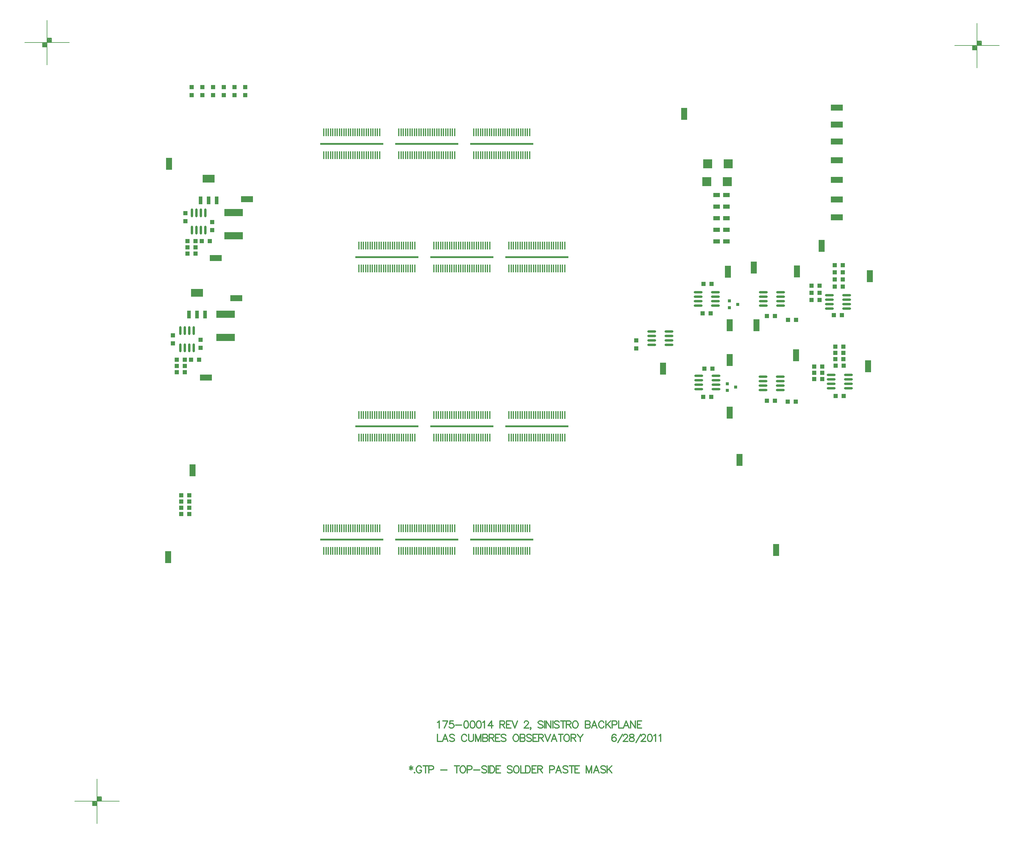
<source format=gtp>
%FSLAX23Y23*%
%MOIN*%
G70*
G01*
G75*
G04 Layer_Color=8421504*
%ADD10R,0.037X0.035*%
%ADD11R,0.037X0.035*%
%ADD12R,0.043X0.085*%
%ADD13R,0.043X0.085*%
%ADD14R,0.138X0.085*%
%ADD15R,0.135X0.070*%
%ADD16R,0.100X0.100*%
%ADD17R,0.078X0.048*%
%ADD18R,0.050X0.050*%
%ADD19R,0.050X0.050*%
%ADD20R,0.209X0.079*%
%ADD21O,0.098X0.028*%
%ADD22R,0.016X0.085*%
%ADD23R,0.709X0.020*%
%ADD24O,0.028X0.098*%
%ADD25R,0.070X0.135*%
%ADD26C,0.010*%
%ADD27C,0.030*%
%ADD28C,0.050*%
%ADD29C,0.012*%
%ADD30C,0.008*%
%ADD31C,0.012*%
%ADD32C,0.012*%
%ADD33C,0.020*%
%ADD34C,0.050*%
G04:AMPARAMS|DCode=35|XSize=90mil|YSize=110mil|CornerRadius=0mil|HoleSize=0mil|Usage=FLASHONLY|Rotation=162.000|XOffset=0mil|YOffset=0mil|HoleType=Round|Shape=Round|*
%AMOVALD35*
21,1,0.020,0.090,0.000,0.000,252.0*
1,1,0.090,0.003,0.010*
1,1,0.090,-0.003,-0.010*
%
%ADD35OVALD35*%

G04:AMPARAMS|DCode=36|XSize=90mil|YSize=110mil|CornerRadius=0mil|HoleSize=0mil|Usage=FLASHONLY|Rotation=144.000|XOffset=0mil|YOffset=0mil|HoleType=Round|Shape=Round|*
%AMOVALD36*
21,1,0.020,0.090,0.000,0.000,234.0*
1,1,0.090,0.006,0.008*
1,1,0.090,-0.006,-0.008*
%
%ADD36OVALD36*%

G04:AMPARAMS|DCode=37|XSize=90mil|YSize=110mil|CornerRadius=0mil|HoleSize=0mil|Usage=FLASHONLY|Rotation=126.000|XOffset=0mil|YOffset=0mil|HoleType=Round|Shape=Round|*
%AMOVALD37*
21,1,0.020,0.090,0.000,0.000,216.0*
1,1,0.090,0.008,0.006*
1,1,0.090,-0.008,-0.006*
%
%ADD37OVALD37*%

G04:AMPARAMS|DCode=38|XSize=90mil|YSize=110mil|CornerRadius=0mil|HoleSize=0mil|Usage=FLASHONLY|Rotation=108.000|XOffset=0mil|YOffset=0mil|HoleType=Round|Shape=Round|*
%AMOVALD38*
21,1,0.020,0.090,0.000,0.000,198.0*
1,1,0.090,0.010,0.003*
1,1,0.090,-0.010,-0.003*
%
%ADD38OVALD38*%

%ADD39O,0.110X0.090*%
G04:AMPARAMS|DCode=40|XSize=90mil|YSize=110mil|CornerRadius=0mil|HoleSize=0mil|Usage=FLASHONLY|Rotation=72.000|XOffset=0mil|YOffset=0mil|HoleType=Round|Shape=Round|*
%AMOVALD40*
21,1,0.020,0.090,0.000,0.000,162.0*
1,1,0.090,0.010,-0.003*
1,1,0.090,-0.010,0.003*
%
%ADD40OVALD40*%

G04:AMPARAMS|DCode=41|XSize=90mil|YSize=110mil|CornerRadius=0mil|HoleSize=0mil|Usage=FLASHONLY|Rotation=54.000|XOffset=0mil|YOffset=0mil|HoleType=Round|Shape=Round|*
%AMOVALD41*
21,1,0.020,0.090,0.000,0.000,144.0*
1,1,0.090,0.008,-0.006*
1,1,0.090,-0.008,0.006*
%
%ADD41OVALD41*%

G04:AMPARAMS|DCode=42|XSize=90mil|YSize=110mil|CornerRadius=0mil|HoleSize=0mil|Usage=FLASHONLY|Rotation=36.000|XOffset=0mil|YOffset=0mil|HoleType=Round|Shape=Round|*
%AMOVALD42*
21,1,0.020,0.090,0.000,0.000,126.0*
1,1,0.090,0.006,-0.008*
1,1,0.090,-0.006,0.008*
%
%ADD42OVALD42*%

G04:AMPARAMS|DCode=43|XSize=90mil|YSize=110mil|CornerRadius=0mil|HoleSize=0mil|Usage=FLASHONLY|Rotation=18.000|XOffset=0mil|YOffset=0mil|HoleType=Round|Shape=Round|*
%AMOVALD43*
21,1,0.020,0.090,0.000,0.000,108.0*
1,1,0.090,0.003,-0.010*
1,1,0.090,-0.003,0.010*
%
%ADD43OVALD43*%

%ADD44O,0.090X0.110*%
G04:AMPARAMS|DCode=45|XSize=90mil|YSize=110mil|CornerRadius=0mil|HoleSize=0mil|Usage=FLASHONLY|Rotation=152.304|XOffset=0mil|YOffset=0mil|HoleType=Round|Shape=Round|*
%AMOVALD45*
21,1,0.020,0.090,0.000,0.000,242.3*
1,1,0.090,0.005,0.009*
1,1,0.090,-0.005,-0.009*
%
%ADD45OVALD45*%

G04:AMPARAMS|DCode=46|XSize=90mil|YSize=110mil|CornerRadius=0mil|HoleSize=0mil|Usage=FLASHONLY|Rotation=124.612|XOffset=0mil|YOffset=0mil|HoleType=Round|Shape=Round|*
%AMOVALD46*
21,1,0.020,0.090,0.000,0.000,214.6*
1,1,0.090,0.008,0.006*
1,1,0.090,-0.008,-0.006*
%
%ADD46OVALD46*%

G04:AMPARAMS|DCode=47|XSize=90mil|YSize=110mil|CornerRadius=0mil|HoleSize=0mil|Usage=FLASHONLY|Rotation=96.920|XOffset=0mil|YOffset=0mil|HoleType=Round|Shape=Round|*
%AMOVALD47*
21,1,0.020,0.090,0.000,0.000,186.9*
1,1,0.090,0.010,0.001*
1,1,0.090,-0.010,-0.001*
%
%ADD47OVALD47*%

G04:AMPARAMS|DCode=48|XSize=90mil|YSize=110mil|CornerRadius=0mil|HoleSize=0mil|Usage=FLASHONLY|Rotation=69.228|XOffset=0mil|YOffset=0mil|HoleType=Round|Shape=Round|*
%AMOVALD48*
21,1,0.020,0.090,0.000,0.000,159.2*
1,1,0.090,0.009,-0.004*
1,1,0.090,-0.009,0.004*
%
%ADD48OVALD48*%

G04:AMPARAMS|DCode=49|XSize=90mil|YSize=110mil|CornerRadius=0mil|HoleSize=0mil|Usage=FLASHONLY|Rotation=41.536|XOffset=0mil|YOffset=0mil|HoleType=Round|Shape=Round|*
%AMOVALD49*
21,1,0.020,0.090,0.000,0.000,131.5*
1,1,0.090,0.007,-0.007*
1,1,0.090,-0.007,0.007*
%
%ADD49OVALD49*%

G04:AMPARAMS|DCode=50|XSize=90mil|YSize=110mil|CornerRadius=0mil|HoleSize=0mil|Usage=FLASHONLY|Rotation=13.844|XOffset=0mil|YOffset=0mil|HoleType=Round|Shape=Round|*
%AMOVALD50*
21,1,0.020,0.090,0.000,0.000,103.8*
1,1,0.090,0.002,-0.010*
1,1,0.090,-0.002,0.010*
%
%ADD50OVALD50*%

G04:AMPARAMS|DCode=51|XSize=90mil|YSize=110mil|CornerRadius=0mil|HoleSize=0mil|Usage=FLASHONLY|Rotation=346.152|XOffset=0mil|YOffset=0mil|HoleType=Round|Shape=Round|*
%AMOVALD51*
21,1,0.020,0.090,0.000,0.000,76.2*
1,1,0.090,-0.002,-0.010*
1,1,0.090,0.002,0.010*
%
%ADD51OVALD51*%

G04:AMPARAMS|DCode=52|XSize=90mil|YSize=110mil|CornerRadius=0mil|HoleSize=0mil|Usage=FLASHONLY|Rotation=318.460|XOffset=0mil|YOffset=0mil|HoleType=Round|Shape=Round|*
%AMOVALD52*
21,1,0.020,0.090,0.000,0.000,48.5*
1,1,0.090,-0.007,-0.007*
1,1,0.090,0.007,0.007*
%
%ADD52OVALD52*%

G04:AMPARAMS|DCode=53|XSize=90mil|YSize=110mil|CornerRadius=0mil|HoleSize=0mil|Usage=FLASHONLY|Rotation=290.768|XOffset=0mil|YOffset=0mil|HoleType=Round|Shape=Round|*
%AMOVALD53*
21,1,0.020,0.090,0.000,0.000,20.8*
1,1,0.090,-0.009,-0.004*
1,1,0.090,0.009,0.004*
%
%ADD53OVALD53*%

G04:AMPARAMS|DCode=54|XSize=90mil|YSize=110mil|CornerRadius=0mil|HoleSize=0mil|Usage=FLASHONLY|Rotation=263.076|XOffset=0mil|YOffset=0mil|HoleType=Round|Shape=Round|*
%AMOVALD54*
21,1,0.020,0.090,0.000,0.000,353.1*
1,1,0.090,-0.010,0.001*
1,1,0.090,0.010,-0.001*
%
%ADD54OVALD54*%

G04:AMPARAMS|DCode=55|XSize=90mil|YSize=110mil|CornerRadius=0mil|HoleSize=0mil|Usage=FLASHONLY|Rotation=235.384|XOffset=0mil|YOffset=0mil|HoleType=Round|Shape=Round|*
%AMOVALD55*
21,1,0.020,0.090,0.000,0.000,325.4*
1,1,0.090,-0.008,0.006*
1,1,0.090,0.008,-0.006*
%
%ADD55OVALD55*%

G04:AMPARAMS|DCode=56|XSize=90mil|YSize=110mil|CornerRadius=0mil|HoleSize=0mil|Usage=FLASHONLY|Rotation=207.692|XOffset=0mil|YOffset=0mil|HoleType=Round|Shape=Round|*
%AMOVALD56*
21,1,0.020,0.090,0.000,0.000,297.7*
1,1,0.090,-0.005,0.009*
1,1,0.090,0.005,-0.009*
%
%ADD56OVALD56*%

G04:AMPARAMS|DCode=57|XSize=90mil|YSize=110mil|CornerRadius=0mil|HoleSize=0mil|Usage=FLASHONLY|Rotation=128.568|XOffset=0mil|YOffset=0mil|HoleType=Round|Shape=Round|*
%AMOVALD57*
21,1,0.020,0.090,0.000,0.000,218.6*
1,1,0.090,0.008,0.006*
1,1,0.090,-0.008,-0.006*
%
%ADD57OVALD57*%

G04:AMPARAMS|DCode=58|XSize=90mil|YSize=110mil|CornerRadius=0mil|HoleSize=0mil|Usage=FLASHONLY|Rotation=77.140|XOffset=0mil|YOffset=0mil|HoleType=Round|Shape=Round|*
%AMOVALD58*
21,1,0.020,0.090,0.000,0.000,167.1*
1,1,0.090,0.010,-0.002*
1,1,0.090,-0.010,0.002*
%
%ADD58OVALD58*%

G04:AMPARAMS|DCode=59|XSize=90mil|YSize=110mil|CornerRadius=0mil|HoleSize=0mil|Usage=FLASHONLY|Rotation=25.712|XOffset=0mil|YOffset=0mil|HoleType=Round|Shape=Round|*
%AMOVALD59*
21,1,0.020,0.090,0.000,0.000,115.7*
1,1,0.090,0.004,-0.009*
1,1,0.090,-0.004,0.009*
%
%ADD59OVALD59*%

G04:AMPARAMS|DCode=60|XSize=90mil|YSize=110mil|CornerRadius=0mil|HoleSize=0mil|Usage=FLASHONLY|Rotation=334.284|XOffset=0mil|YOffset=0mil|HoleType=Round|Shape=Round|*
%AMOVALD60*
21,1,0.020,0.090,0.000,0.000,64.3*
1,1,0.090,-0.004,-0.009*
1,1,0.090,0.004,0.009*
%
%ADD60OVALD60*%

G04:AMPARAMS|DCode=61|XSize=90mil|YSize=110mil|CornerRadius=0mil|HoleSize=0mil|Usage=FLASHONLY|Rotation=282.856|XOffset=0mil|YOffset=0mil|HoleType=Round|Shape=Round|*
%AMOVALD61*
21,1,0.020,0.090,0.000,0.000,12.9*
1,1,0.090,-0.010,-0.002*
1,1,0.090,0.010,0.002*
%
%ADD61OVALD61*%

G04:AMPARAMS|DCode=62|XSize=90mil|YSize=110mil|CornerRadius=0mil|HoleSize=0mil|Usage=FLASHONLY|Rotation=231.428|XOffset=0mil|YOffset=0mil|HoleType=Round|Shape=Round|*
%AMOVALD62*
21,1,0.020,0.090,0.000,0.000,321.4*
1,1,0.090,-0.008,0.006*
1,1,0.090,0.008,-0.006*
%
%ADD62OVALD62*%

%ADD63R,0.059X0.059*%
%ADD64C,0.059*%
%ADD65C,0.055*%
%ADD66C,0.236*%
%ADD67C,0.024*%
%ADD68C,0.040*%
%ADD69C,0.065*%
%ADD70C,0.110*%
G04:AMPARAMS|DCode=71|XSize=130mil|YSize=130mil|CornerRadius=0mil|HoleSize=0mil|Usage=FLASHONLY|Rotation=0.000|XOffset=0mil|YOffset=0mil|HoleType=Round|Shape=Relief|Width=10mil|Gap=10mil|Entries=4|*
%AMTHD71*
7,0,0,0.130,0.110,0.010,45*
%
%ADD71THD71*%
%ADD72C,0.079*%
G04:AMPARAMS|DCode=73|XSize=99.37mil|YSize=99.37mil|CornerRadius=0mil|HoleSize=0mil|Usage=FLASHONLY|Rotation=0.000|XOffset=0mil|YOffset=0mil|HoleType=Round|Shape=Relief|Width=10mil|Gap=10mil|Entries=4|*
%AMTHD73*
7,0,0,0.099,0.079,0.010,45*
%
%ADD73THD73*%
G04:AMPARAMS|DCode=74|XSize=95.433mil|YSize=95.433mil|CornerRadius=0mil|HoleSize=0mil|Usage=FLASHONLY|Rotation=0.000|XOffset=0mil|YOffset=0mil|HoleType=Round|Shape=Relief|Width=10mil|Gap=10mil|Entries=4|*
%AMTHD74*
7,0,0,0.095,0.075,0.010,45*
%
%ADD74THD74*%
%ADD75C,0.075*%
%ADD76C,0.073*%
G04:AMPARAMS|DCode=77|XSize=93.465mil|YSize=93.465mil|CornerRadius=0mil|HoleSize=0mil|Usage=FLASHONLY|Rotation=0.000|XOffset=0mil|YOffset=0mil|HoleType=Round|Shape=Relief|Width=10mil|Gap=10mil|Entries=4|*
%AMTHD77*
7,0,0,0.093,0.073,0.010,45*
%
%ADD77THD77*%
G04:AMPARAMS|DCode=78|XSize=85mil|YSize=85mil|CornerRadius=0mil|HoleSize=0mil|Usage=FLASHONLY|Rotation=0.000|XOffset=0mil|YOffset=0mil|HoleType=Round|Shape=Relief|Width=10mil|Gap=10mil|Entries=4|*
%AMTHD78*
7,0,0,0.085,0.065,0.010,45*
%
%ADD78THD78*%
%ADD79C,0.174*%
G04:AMPARAMS|DCode=80|XSize=70mil|YSize=70mil|CornerRadius=0mil|HoleSize=0mil|Usage=FLASHONLY|Rotation=0.000|XOffset=0mil|YOffset=0mil|HoleType=Round|Shape=Relief|Width=10mil|Gap=10mil|Entries=4|*
%AMTHD80*
7,0,0,0.070,0.050,0.010,45*
%
%ADD80THD80*%
%ADD81C,0.010*%
%ADD82C,0.010*%
%ADD83C,0.020*%
%ADD84C,0.008*%
%ADD85C,0.007*%
%ADD86C,0.006*%
%ADD87C,0.020*%
%ADD88R,1.096X0.079*%
%ADD89R,1.496X0.079*%
%ADD90R,1.000X0.079*%
%ADD91R,0.257X0.178*%
D10*
X35583Y24680D02*
D03*
X35675Y24643D02*
D03*
X35560Y23752D02*
D03*
X35652Y23715D02*
D03*
D11*
X35583Y24605D02*
D03*
X35560Y23677D02*
D03*
D12*
X29658Y25809D02*
D03*
X29839D02*
D03*
X29528Y24529D02*
D03*
X29709D02*
D03*
D13*
X29749Y25809D02*
D03*
X29619Y24529D02*
D03*
D14*
X29749Y26053D02*
D03*
X29619Y24773D02*
D03*
D15*
X29828Y25161D02*
D03*
X36785Y25818D02*
D03*
Y26468D02*
D03*
Y26258D02*
D03*
Y26848D02*
D03*
Y26658D02*
D03*
Y25618D02*
D03*
Y26038D02*
D03*
X30059Y24711D02*
D03*
X30179Y25821D02*
D03*
X29719Y23821D02*
D03*
D16*
X35570Y26218D02*
D03*
X35340D02*
D03*
X35560Y26018D02*
D03*
X35330D02*
D03*
D17*
X35440Y25868D02*
D03*
X35550D02*
D03*
X35440Y25738D02*
D03*
X35550D02*
D03*
X35440Y25608D02*
D03*
X35550D02*
D03*
X35440Y25478D02*
D03*
X35550D02*
D03*
X35440Y25348D02*
D03*
X35550D02*
D03*
D18*
X29558Y27077D02*
D03*
Y26987D02*
D03*
X29659Y24156D02*
D03*
Y24246D02*
D03*
X29349Y24296D02*
D03*
Y24206D02*
D03*
X29789Y25476D02*
D03*
Y25566D02*
D03*
X29489Y25666D02*
D03*
Y25576D02*
D03*
X30158Y27077D02*
D03*
Y26987D02*
D03*
X30038Y27077D02*
D03*
Y26987D02*
D03*
X29918Y27077D02*
D03*
Y26987D02*
D03*
X29798Y27077D02*
D03*
Y26987D02*
D03*
X29678Y27077D02*
D03*
Y26987D02*
D03*
X34539Y24238D02*
D03*
Y24148D02*
D03*
D19*
X29534Y22291D02*
D03*
X29444D02*
D03*
X29644Y24021D02*
D03*
X29554D02*
D03*
X29394D02*
D03*
X29484D02*
D03*
Y23881D02*
D03*
X29394D02*
D03*
X29764Y25351D02*
D03*
X29674D02*
D03*
X29514D02*
D03*
X29604D02*
D03*
Y25211D02*
D03*
X29514D02*
D03*
X29484Y23951D02*
D03*
X29394D02*
D03*
X29604Y25281D02*
D03*
X29514D02*
D03*
X36622Y23875D02*
D03*
X36532D02*
D03*
X36622Y23805D02*
D03*
X36532D02*
D03*
X36622Y23945D02*
D03*
X36532D02*
D03*
X36860Y24028D02*
D03*
X36770D02*
D03*
X36860Y24098D02*
D03*
X36770D02*
D03*
X36594Y24853D02*
D03*
X36504D02*
D03*
X36594Y24773D02*
D03*
X36504D02*
D03*
X36594Y24693D02*
D03*
X36504D02*
D03*
X36854Y25003D02*
D03*
X36764D02*
D03*
X36854Y24923D02*
D03*
X36764D02*
D03*
X36864Y23615D02*
D03*
X36774D02*
D03*
X36327Y23550D02*
D03*
X36237D02*
D03*
X35381Y23605D02*
D03*
X35291D02*
D03*
X36774Y23955D02*
D03*
X36864D02*
D03*
X35304Y23923D02*
D03*
X35394D02*
D03*
X36860Y24168D02*
D03*
X36770D02*
D03*
X36094Y23563D02*
D03*
X36004D02*
D03*
X36844Y24520D02*
D03*
X36754D02*
D03*
X36331Y24469D02*
D03*
X36241D02*
D03*
X35374Y24543D02*
D03*
X35284D02*
D03*
X36764Y24840D02*
D03*
X36854D02*
D03*
X35294Y24873D02*
D03*
X35384D02*
D03*
X36854Y25083D02*
D03*
X36764D02*
D03*
X36094Y24513D02*
D03*
X36004D02*
D03*
X29534Y22361D02*
D03*
X29444D02*
D03*
X29534Y22501D02*
D03*
X29444D02*
D03*
X29534Y22431D02*
D03*
X29444D02*
D03*
D20*
X30029Y25671D02*
D03*
Y25411D02*
D03*
X29939Y24531D02*
D03*
Y24271D02*
D03*
D21*
X36703Y24745D02*
D03*
Y24695D02*
D03*
Y24645D02*
D03*
Y24595D02*
D03*
X36896Y24745D02*
D03*
Y24695D02*
D03*
Y24645D02*
D03*
Y24595D02*
D03*
X35232Y24778D02*
D03*
Y24728D02*
D03*
Y24678D02*
D03*
Y24628D02*
D03*
X35425Y24778D02*
D03*
Y24728D02*
D03*
Y24678D02*
D03*
Y24628D02*
D03*
X36722Y23850D02*
D03*
Y23800D02*
D03*
Y23750D02*
D03*
Y23700D02*
D03*
X36915Y23850D02*
D03*
Y23800D02*
D03*
Y23750D02*
D03*
Y23700D02*
D03*
X35959Y23830D02*
D03*
Y23780D02*
D03*
Y23730D02*
D03*
Y23680D02*
D03*
X36152Y23830D02*
D03*
Y23780D02*
D03*
Y23730D02*
D03*
Y23680D02*
D03*
X35239Y23840D02*
D03*
Y23790D02*
D03*
Y23740D02*
D03*
Y23690D02*
D03*
X35432Y23840D02*
D03*
Y23790D02*
D03*
Y23740D02*
D03*
Y23690D02*
D03*
X34712Y24338D02*
D03*
Y24288D02*
D03*
Y24238D02*
D03*
Y24188D02*
D03*
X34905Y24338D02*
D03*
Y24288D02*
D03*
Y24238D02*
D03*
Y24188D02*
D03*
X35962Y24778D02*
D03*
Y24728D02*
D03*
Y24678D02*
D03*
Y24628D02*
D03*
X36155Y24778D02*
D03*
Y24728D02*
D03*
Y24678D02*
D03*
Y24628D02*
D03*
D22*
X33345Y26315D02*
D03*
Y26571D02*
D03*
X33320Y26315D02*
D03*
Y26571D02*
D03*
X33295Y26315D02*
D03*
Y26571D02*
D03*
X33270Y26315D02*
D03*
Y26571D02*
D03*
X33245Y26315D02*
D03*
Y26571D02*
D03*
X33220Y26315D02*
D03*
Y26571D02*
D03*
X33195Y26315D02*
D03*
Y26571D02*
D03*
X33170Y26315D02*
D03*
Y26571D02*
D03*
X33145Y26315D02*
D03*
Y26571D02*
D03*
X33120Y26315D02*
D03*
Y26571D02*
D03*
X33095Y26315D02*
D03*
Y26571D02*
D03*
X33070Y26315D02*
D03*
Y26571D02*
D03*
X33045Y26315D02*
D03*
Y26571D02*
D03*
X33020Y26315D02*
D03*
Y26571D02*
D03*
X32995Y26315D02*
D03*
Y26571D02*
D03*
X32970Y26315D02*
D03*
Y26571D02*
D03*
X32945Y26315D02*
D03*
Y26571D02*
D03*
X32920Y26315D02*
D03*
Y26571D02*
D03*
X32895Y26315D02*
D03*
Y26571D02*
D03*
X32870Y26315D02*
D03*
Y26571D02*
D03*
X32845Y26315D02*
D03*
Y26571D02*
D03*
X32820Y26315D02*
D03*
Y26571D02*
D03*
X32795Y26315D02*
D03*
Y26571D02*
D03*
X32770Y26315D02*
D03*
Y26571D02*
D03*
X32745Y26315D02*
D03*
Y26571D02*
D03*
X32720Y26315D02*
D03*
Y26571D02*
D03*
X32505Y26315D02*
D03*
Y26571D02*
D03*
X32480Y26315D02*
D03*
Y26571D02*
D03*
X32455Y26315D02*
D03*
Y26571D02*
D03*
X32430Y26315D02*
D03*
Y26571D02*
D03*
X32405Y26315D02*
D03*
Y26571D02*
D03*
X32380Y26315D02*
D03*
Y26571D02*
D03*
X32355Y26315D02*
D03*
Y26571D02*
D03*
X32330Y26315D02*
D03*
Y26571D02*
D03*
X32305Y26315D02*
D03*
Y26571D02*
D03*
X32280Y26315D02*
D03*
Y26571D02*
D03*
X32255Y26315D02*
D03*
Y26571D02*
D03*
X32230Y26315D02*
D03*
Y26571D02*
D03*
X32205Y26315D02*
D03*
Y26571D02*
D03*
X32180Y26315D02*
D03*
Y26571D02*
D03*
X32155Y26315D02*
D03*
Y26571D02*
D03*
X32130Y26315D02*
D03*
Y26571D02*
D03*
X32105Y26315D02*
D03*
Y26571D02*
D03*
X32080Y26315D02*
D03*
Y26571D02*
D03*
X32055Y26315D02*
D03*
Y26571D02*
D03*
X32030Y26315D02*
D03*
Y26571D02*
D03*
X32005Y26315D02*
D03*
Y26571D02*
D03*
X31980Y26315D02*
D03*
Y26571D02*
D03*
X31955Y26315D02*
D03*
Y26571D02*
D03*
X31930Y26315D02*
D03*
Y26571D02*
D03*
X31905Y26315D02*
D03*
Y26571D02*
D03*
X31880Y26315D02*
D03*
Y26571D02*
D03*
X31665Y26315D02*
D03*
Y26571D02*
D03*
X31640Y26315D02*
D03*
Y26571D02*
D03*
X31615Y26315D02*
D03*
Y26571D02*
D03*
X31590Y26315D02*
D03*
Y26571D02*
D03*
X31565Y26315D02*
D03*
Y26571D02*
D03*
X31540Y26315D02*
D03*
Y26571D02*
D03*
X31515Y26315D02*
D03*
Y26571D02*
D03*
X31490Y26315D02*
D03*
Y26571D02*
D03*
X31465Y26315D02*
D03*
Y26571D02*
D03*
X31440Y26315D02*
D03*
Y26571D02*
D03*
X31415Y26315D02*
D03*
Y26571D02*
D03*
X31390Y26315D02*
D03*
Y26571D02*
D03*
X31365Y26315D02*
D03*
Y26571D02*
D03*
X31340Y26315D02*
D03*
Y26571D02*
D03*
X31315Y26315D02*
D03*
Y26571D02*
D03*
X31290Y26315D02*
D03*
Y26571D02*
D03*
X31265Y26315D02*
D03*
Y26571D02*
D03*
X31240Y26315D02*
D03*
Y26571D02*
D03*
X31215Y26315D02*
D03*
Y26571D02*
D03*
X31190Y26315D02*
D03*
Y26571D02*
D03*
X31165Y26315D02*
D03*
Y26571D02*
D03*
X31140Y26315D02*
D03*
Y26571D02*
D03*
X31115Y26315D02*
D03*
Y26571D02*
D03*
X31090Y26315D02*
D03*
Y26571D02*
D03*
X31065Y26315D02*
D03*
Y26571D02*
D03*
X31040Y26315D02*
D03*
Y26571D02*
D03*
X33345Y21877D02*
D03*
Y22132D02*
D03*
X33320Y21877D02*
D03*
Y22132D02*
D03*
X33295Y21877D02*
D03*
Y22132D02*
D03*
X33270Y21877D02*
D03*
Y22132D02*
D03*
X33245Y21877D02*
D03*
Y22132D02*
D03*
X33220Y21877D02*
D03*
Y22132D02*
D03*
X33195Y21877D02*
D03*
Y22132D02*
D03*
X33170Y21877D02*
D03*
Y22132D02*
D03*
X33145Y21877D02*
D03*
Y22132D02*
D03*
X33120Y21877D02*
D03*
Y22132D02*
D03*
X33095Y21877D02*
D03*
Y22132D02*
D03*
X33070Y21877D02*
D03*
Y22132D02*
D03*
X33045Y21877D02*
D03*
Y22132D02*
D03*
X33020Y21877D02*
D03*
Y22132D02*
D03*
X32995Y21877D02*
D03*
Y22132D02*
D03*
X32970Y21877D02*
D03*
Y22132D02*
D03*
X32945Y21877D02*
D03*
Y22132D02*
D03*
X32920Y21877D02*
D03*
Y22132D02*
D03*
X32895Y21877D02*
D03*
Y22132D02*
D03*
X32870Y21877D02*
D03*
Y22132D02*
D03*
X32845Y21877D02*
D03*
Y22132D02*
D03*
X32820Y21877D02*
D03*
Y22132D02*
D03*
X32795Y21877D02*
D03*
Y22132D02*
D03*
X32770Y21877D02*
D03*
Y22132D02*
D03*
X32745Y21877D02*
D03*
Y22132D02*
D03*
X32720Y21877D02*
D03*
Y22132D02*
D03*
X32505Y21877D02*
D03*
Y22132D02*
D03*
X32480Y21877D02*
D03*
Y22132D02*
D03*
X32455Y21877D02*
D03*
Y22132D02*
D03*
X32430Y21877D02*
D03*
Y22132D02*
D03*
X32405Y21877D02*
D03*
Y22132D02*
D03*
X32380Y21877D02*
D03*
Y22132D02*
D03*
X32355Y21877D02*
D03*
Y22132D02*
D03*
X32330Y21877D02*
D03*
Y22132D02*
D03*
X32305Y21877D02*
D03*
Y22132D02*
D03*
X32280Y21877D02*
D03*
Y22132D02*
D03*
X32255Y21877D02*
D03*
Y22132D02*
D03*
X32230Y21877D02*
D03*
Y22132D02*
D03*
X32205Y21877D02*
D03*
Y22132D02*
D03*
X32180Y21877D02*
D03*
Y22132D02*
D03*
X32155Y21877D02*
D03*
Y22132D02*
D03*
X32130Y21877D02*
D03*
Y22132D02*
D03*
X32105Y21877D02*
D03*
Y22132D02*
D03*
X32080Y21877D02*
D03*
Y22132D02*
D03*
X32055Y21877D02*
D03*
Y22132D02*
D03*
X32030Y21877D02*
D03*
Y22132D02*
D03*
X32005Y21877D02*
D03*
Y22132D02*
D03*
X31980Y21877D02*
D03*
Y22132D02*
D03*
X31955Y21877D02*
D03*
Y22132D02*
D03*
X31930Y21877D02*
D03*
Y22132D02*
D03*
X31905Y21877D02*
D03*
Y22132D02*
D03*
X31880Y21877D02*
D03*
Y22132D02*
D03*
X31665Y21877D02*
D03*
Y22132D02*
D03*
X31640Y21877D02*
D03*
Y22132D02*
D03*
X31615Y21877D02*
D03*
Y22132D02*
D03*
X31590Y21877D02*
D03*
Y22132D02*
D03*
X31565Y21877D02*
D03*
Y22132D02*
D03*
X31540Y21877D02*
D03*
Y22132D02*
D03*
X31515Y21877D02*
D03*
Y22132D02*
D03*
X31490Y21877D02*
D03*
Y22132D02*
D03*
X31465Y21877D02*
D03*
Y22132D02*
D03*
X31440Y21877D02*
D03*
Y22132D02*
D03*
X31415Y21877D02*
D03*
Y22132D02*
D03*
X31390Y21877D02*
D03*
Y22132D02*
D03*
X31365Y21877D02*
D03*
Y22132D02*
D03*
X31340Y21877D02*
D03*
Y22132D02*
D03*
X31315Y21877D02*
D03*
Y22132D02*
D03*
X31290Y21877D02*
D03*
Y22132D02*
D03*
X31265Y21877D02*
D03*
Y22132D02*
D03*
X31240Y21877D02*
D03*
Y22132D02*
D03*
X31215Y21877D02*
D03*
Y22132D02*
D03*
X31190Y21877D02*
D03*
Y22132D02*
D03*
X31165Y21877D02*
D03*
Y22132D02*
D03*
X31140Y21877D02*
D03*
Y22132D02*
D03*
X31115Y21877D02*
D03*
Y22132D02*
D03*
X31090Y21877D02*
D03*
Y22132D02*
D03*
X31065Y21877D02*
D03*
Y22132D02*
D03*
X31040Y21877D02*
D03*
Y22132D02*
D03*
X31433Y25300D02*
D03*
Y25045D02*
D03*
X31458Y25300D02*
D03*
Y25045D02*
D03*
X31483Y25300D02*
D03*
Y25045D02*
D03*
X31508Y25300D02*
D03*
Y25045D02*
D03*
X31533Y25300D02*
D03*
Y25045D02*
D03*
X31558Y25300D02*
D03*
Y25045D02*
D03*
X31583Y25300D02*
D03*
Y25045D02*
D03*
X31608Y25300D02*
D03*
Y25045D02*
D03*
X31633Y25300D02*
D03*
Y25045D02*
D03*
X31658Y25300D02*
D03*
Y25045D02*
D03*
X31683Y25300D02*
D03*
Y25045D02*
D03*
X31708Y25300D02*
D03*
Y25045D02*
D03*
X31733Y25300D02*
D03*
Y25045D02*
D03*
X31758Y25300D02*
D03*
Y25045D02*
D03*
X31783Y25300D02*
D03*
Y25045D02*
D03*
X31808Y25300D02*
D03*
Y25045D02*
D03*
X31833Y25300D02*
D03*
Y25045D02*
D03*
X31858Y25300D02*
D03*
Y25045D02*
D03*
X31883Y25300D02*
D03*
Y25045D02*
D03*
X31908Y25300D02*
D03*
Y25045D02*
D03*
X31933Y25300D02*
D03*
Y25045D02*
D03*
X31958Y25300D02*
D03*
Y25045D02*
D03*
X31983Y25300D02*
D03*
Y25045D02*
D03*
X32008Y25300D02*
D03*
Y25045D02*
D03*
X32033Y25300D02*
D03*
Y25045D02*
D03*
X32058Y25300D02*
D03*
Y25045D02*
D03*
X32274Y25300D02*
D03*
Y25045D02*
D03*
X32299Y25300D02*
D03*
Y25045D02*
D03*
X32324Y25300D02*
D03*
Y25045D02*
D03*
X32349Y25300D02*
D03*
Y25045D02*
D03*
X32374Y25300D02*
D03*
Y25045D02*
D03*
X32399Y25300D02*
D03*
Y25045D02*
D03*
X32424Y25300D02*
D03*
Y25045D02*
D03*
X32449Y25300D02*
D03*
Y25045D02*
D03*
X32474Y25300D02*
D03*
Y25045D02*
D03*
X32499Y25300D02*
D03*
Y25045D02*
D03*
X32524Y25300D02*
D03*
Y25045D02*
D03*
X32549Y25300D02*
D03*
Y25045D02*
D03*
X32574Y25300D02*
D03*
Y25045D02*
D03*
X32599Y25300D02*
D03*
Y25045D02*
D03*
X32624Y25300D02*
D03*
Y25045D02*
D03*
X32649Y25300D02*
D03*
Y25045D02*
D03*
X32674Y25300D02*
D03*
Y25045D02*
D03*
X32699Y25300D02*
D03*
Y25045D02*
D03*
X32724Y25300D02*
D03*
Y25045D02*
D03*
X32749Y25300D02*
D03*
Y25045D02*
D03*
X32774Y25300D02*
D03*
Y25045D02*
D03*
X32799Y25300D02*
D03*
Y25045D02*
D03*
X32824Y25300D02*
D03*
Y25045D02*
D03*
X32849Y25300D02*
D03*
Y25045D02*
D03*
X32874Y25300D02*
D03*
Y25045D02*
D03*
X32899Y25300D02*
D03*
Y25045D02*
D03*
X33114Y25300D02*
D03*
Y25045D02*
D03*
X33139Y25300D02*
D03*
Y25045D02*
D03*
X33164Y25300D02*
D03*
Y25045D02*
D03*
X33189Y25300D02*
D03*
Y25045D02*
D03*
X33214Y25300D02*
D03*
Y25045D02*
D03*
X33239Y25300D02*
D03*
Y25045D02*
D03*
X33264Y25300D02*
D03*
Y25045D02*
D03*
X33289Y25300D02*
D03*
Y25045D02*
D03*
X33314Y25300D02*
D03*
Y25045D02*
D03*
X33339Y25300D02*
D03*
Y25045D02*
D03*
X33364Y25300D02*
D03*
Y25045D02*
D03*
X33389Y25300D02*
D03*
Y25045D02*
D03*
X33414Y25300D02*
D03*
Y25045D02*
D03*
X33439Y25300D02*
D03*
Y25045D02*
D03*
X33464Y25300D02*
D03*
Y25045D02*
D03*
X33489Y25300D02*
D03*
Y25045D02*
D03*
X33514Y25300D02*
D03*
Y25045D02*
D03*
X33539Y25300D02*
D03*
Y25045D02*
D03*
X33564Y25300D02*
D03*
Y25045D02*
D03*
X33589Y25300D02*
D03*
Y25045D02*
D03*
X33614Y25300D02*
D03*
Y25045D02*
D03*
X33639Y25300D02*
D03*
Y25045D02*
D03*
X33664Y25300D02*
D03*
Y25045D02*
D03*
X33689Y25300D02*
D03*
Y25045D02*
D03*
X33714Y25300D02*
D03*
Y25045D02*
D03*
X33739Y25300D02*
D03*
Y25045D02*
D03*
X31434Y23402D02*
D03*
Y23147D02*
D03*
X31459Y23402D02*
D03*
Y23147D02*
D03*
X31484Y23402D02*
D03*
Y23147D02*
D03*
X31509Y23402D02*
D03*
Y23147D02*
D03*
X31534Y23402D02*
D03*
Y23147D02*
D03*
X31559Y23402D02*
D03*
Y23147D02*
D03*
X31584Y23402D02*
D03*
Y23147D02*
D03*
X31609Y23402D02*
D03*
Y23147D02*
D03*
X31634Y23402D02*
D03*
Y23147D02*
D03*
X31659Y23402D02*
D03*
Y23147D02*
D03*
X31684Y23402D02*
D03*
Y23147D02*
D03*
X31709Y23402D02*
D03*
Y23147D02*
D03*
X31734Y23402D02*
D03*
Y23147D02*
D03*
X31759Y23402D02*
D03*
Y23147D02*
D03*
X31784Y23402D02*
D03*
Y23147D02*
D03*
X31809Y23402D02*
D03*
Y23147D02*
D03*
X31834Y23402D02*
D03*
Y23147D02*
D03*
X31859Y23402D02*
D03*
Y23147D02*
D03*
X31884Y23402D02*
D03*
Y23147D02*
D03*
X31909Y23402D02*
D03*
Y23147D02*
D03*
X31934Y23402D02*
D03*
Y23147D02*
D03*
X31959Y23402D02*
D03*
Y23147D02*
D03*
X31984Y23402D02*
D03*
Y23147D02*
D03*
X32009Y23402D02*
D03*
Y23147D02*
D03*
X32034Y23402D02*
D03*
Y23147D02*
D03*
X32059Y23402D02*
D03*
Y23147D02*
D03*
X32274Y23402D02*
D03*
Y23147D02*
D03*
X32299Y23402D02*
D03*
Y23147D02*
D03*
X32324Y23402D02*
D03*
Y23147D02*
D03*
X32349Y23402D02*
D03*
Y23147D02*
D03*
X32374Y23402D02*
D03*
Y23147D02*
D03*
X32399Y23402D02*
D03*
Y23147D02*
D03*
X32424Y23402D02*
D03*
Y23147D02*
D03*
X32449Y23402D02*
D03*
Y23147D02*
D03*
X32474Y23402D02*
D03*
Y23147D02*
D03*
X32499Y23402D02*
D03*
Y23147D02*
D03*
X32524Y23402D02*
D03*
Y23147D02*
D03*
X32549Y23402D02*
D03*
Y23147D02*
D03*
X32574Y23402D02*
D03*
Y23147D02*
D03*
X32599Y23402D02*
D03*
Y23147D02*
D03*
X32624Y23402D02*
D03*
Y23147D02*
D03*
X32649Y23402D02*
D03*
Y23147D02*
D03*
X32674Y23402D02*
D03*
Y23147D02*
D03*
X32699Y23402D02*
D03*
Y23147D02*
D03*
X32724Y23402D02*
D03*
Y23147D02*
D03*
X32749Y23402D02*
D03*
Y23147D02*
D03*
X32774Y23402D02*
D03*
Y23147D02*
D03*
X32799Y23402D02*
D03*
Y23147D02*
D03*
X32824Y23402D02*
D03*
Y23147D02*
D03*
X32849Y23402D02*
D03*
Y23147D02*
D03*
X32874Y23402D02*
D03*
Y23147D02*
D03*
X32899Y23402D02*
D03*
Y23147D02*
D03*
X33114Y23402D02*
D03*
Y23147D02*
D03*
X33139Y23402D02*
D03*
Y23147D02*
D03*
X33164Y23402D02*
D03*
Y23147D02*
D03*
X33189Y23402D02*
D03*
Y23147D02*
D03*
X33214Y23402D02*
D03*
Y23147D02*
D03*
X33239Y23402D02*
D03*
Y23147D02*
D03*
X33264Y23402D02*
D03*
Y23147D02*
D03*
X33289Y23402D02*
D03*
Y23147D02*
D03*
X33314Y23402D02*
D03*
Y23147D02*
D03*
X33339Y23402D02*
D03*
Y23147D02*
D03*
X33364Y23402D02*
D03*
Y23147D02*
D03*
X33389Y23402D02*
D03*
Y23147D02*
D03*
X33414Y23402D02*
D03*
Y23147D02*
D03*
X33439Y23402D02*
D03*
Y23147D02*
D03*
X33464Y23402D02*
D03*
Y23147D02*
D03*
X33489Y23402D02*
D03*
Y23147D02*
D03*
X33514Y23402D02*
D03*
Y23147D02*
D03*
X33539Y23402D02*
D03*
Y23147D02*
D03*
X33564Y23402D02*
D03*
Y23147D02*
D03*
X33589Y23402D02*
D03*
Y23147D02*
D03*
X33614Y23402D02*
D03*
Y23147D02*
D03*
X33639Y23402D02*
D03*
Y23147D02*
D03*
X33664Y23402D02*
D03*
Y23147D02*
D03*
X33689Y23402D02*
D03*
Y23147D02*
D03*
X33714Y23402D02*
D03*
Y23147D02*
D03*
X33739Y23402D02*
D03*
Y23147D02*
D03*
D23*
X33033Y26443D02*
D03*
X32192D02*
D03*
X31352D02*
D03*
X33033Y22005D02*
D03*
X32192D02*
D03*
X31352D02*
D03*
X31746Y25173D02*
D03*
X32586D02*
D03*
X33426D02*
D03*
X31746Y23275D02*
D03*
X32586D02*
D03*
X33426D02*
D03*
D24*
X29434Y24154D02*
D03*
X29484D02*
D03*
X29534D02*
D03*
X29584D02*
D03*
X29434Y24347D02*
D03*
X29484D02*
D03*
X29534D02*
D03*
X29584D02*
D03*
X29564Y25474D02*
D03*
X29614D02*
D03*
X29664D02*
D03*
X29714D02*
D03*
X29564Y25667D02*
D03*
X29614D02*
D03*
X29664D02*
D03*
X29714D02*
D03*
D25*
X35695Y22898D02*
D03*
X29295Y21808D02*
D03*
X36105Y21888D02*
D03*
X29305Y26218D02*
D03*
X35075Y26778D02*
D03*
X36615Y25298D02*
D03*
X29569Y22781D02*
D03*
X37135Y23948D02*
D03*
X35585Y23428D02*
D03*
X36329Y24073D02*
D03*
X35585Y24018D02*
D03*
X34839Y23923D02*
D03*
X37155Y24958D02*
D03*
X35885Y24408D02*
D03*
X35585D02*
D03*
X36339Y25013D02*
D03*
X35856Y25054D02*
D03*
X35565Y25008D02*
D03*
D30*
X28249Y19071D02*
X28749D01*
X28499Y18821D02*
Y19321D01*
X28549Y19071D02*
Y19121D01*
X28499D02*
X28549D01*
X28449Y19021D02*
Y19071D01*
Y19021D02*
X28499D01*
X28454Y19066D02*
X28494D01*
X28454Y19026D02*
Y19066D01*
Y19026D02*
X28494D01*
Y19066D01*
X28459Y19061D02*
X28489D01*
X28459Y19031D02*
Y19061D01*
Y19031D02*
X28489D01*
Y19056D01*
X28464D02*
X28484D01*
X28464Y19036D02*
Y19056D01*
Y19036D02*
X28484D01*
Y19051D01*
X28469D02*
X28479D01*
X28469Y19041D02*
Y19051D01*
Y19041D02*
X28479D01*
Y19051D01*
X28469Y19046D02*
X28479D01*
X28504Y19116D02*
X28544D01*
X28504Y19076D02*
Y19116D01*
Y19076D02*
X28544D01*
Y19116D01*
X28509Y19111D02*
X28539D01*
X28509Y19081D02*
Y19111D01*
Y19081D02*
X28539D01*
Y19106D01*
X28514D02*
X28534D01*
X28514Y19086D02*
Y19106D01*
Y19086D02*
X28534D01*
Y19101D01*
X28519D02*
X28529D01*
X28519Y19091D02*
Y19101D01*
Y19091D02*
X28529D01*
Y19101D01*
X28519Y19096D02*
X28529D01*
X27690Y27577D02*
X28190D01*
X27940Y27327D02*
Y27827D01*
X27990Y27577D02*
Y27627D01*
X27940D02*
X27990D01*
X27890Y27527D02*
Y27577D01*
Y27527D02*
X27940D01*
X27895Y27572D02*
X27935D01*
X27895Y27532D02*
Y27572D01*
Y27532D02*
X27935D01*
Y27572D01*
X27900Y27567D02*
X27930D01*
X27900Y27537D02*
Y27567D01*
Y27537D02*
X27930D01*
Y27562D01*
X27905D02*
X27925D01*
X27905Y27542D02*
Y27562D01*
Y27542D02*
X27925D01*
Y27557D01*
X27910D02*
X27920D01*
X27910Y27547D02*
Y27557D01*
Y27547D02*
X27920D01*
Y27557D01*
X27910Y27552D02*
X27920D01*
X27945Y27622D02*
X27985D01*
X27945Y27582D02*
Y27622D01*
Y27582D02*
X27985D01*
Y27622D01*
X27950Y27617D02*
X27980D01*
X27950Y27587D02*
Y27617D01*
Y27587D02*
X27980D01*
Y27612D01*
X27955D02*
X27975D01*
X27955Y27592D02*
Y27612D01*
Y27592D02*
X27975D01*
Y27607D01*
X27960D02*
X27970D01*
X27960Y27597D02*
Y27607D01*
Y27597D02*
X27970D01*
Y27607D01*
X27960Y27602D02*
X27970D01*
X38105Y27544D02*
X38605D01*
X38355Y27294D02*
Y27794D01*
X38405Y27544D02*
Y27594D01*
X38355D02*
X38405D01*
X38305Y27494D02*
Y27544D01*
Y27494D02*
X38355D01*
X38310Y27539D02*
X38350D01*
X38310Y27499D02*
Y27539D01*
Y27499D02*
X38350D01*
Y27539D01*
X38315Y27534D02*
X38345D01*
X38315Y27504D02*
Y27534D01*
Y27504D02*
X38345D01*
Y27529D01*
X38320D02*
X38340D01*
X38320Y27509D02*
Y27529D01*
Y27509D02*
X38340D01*
Y27524D01*
X38325D02*
X38335D01*
X38325Y27514D02*
Y27524D01*
Y27514D02*
X38335D01*
Y27524D01*
X38325Y27519D02*
X38335D01*
X38360Y27589D02*
X38400D01*
X38360Y27549D02*
Y27589D01*
Y27549D02*
X38400D01*
Y27589D01*
X38365Y27584D02*
X38395D01*
X38365Y27554D02*
Y27584D01*
Y27554D02*
X38395D01*
Y27579D01*
X38370D02*
X38390D01*
X38370Y27559D02*
Y27579D01*
Y27559D02*
X38390D01*
Y27574D01*
X38375D02*
X38385D01*
X38375Y27564D02*
Y27574D01*
Y27564D02*
X38385D01*
Y27574D01*
X38375Y27569D02*
X38385D01*
D31*
X32017Y19468D02*
Y19422D01*
X31998Y19456D02*
X32036Y19433D01*
Y19456D02*
X31998Y19433D01*
X32056Y19395D02*
X32052Y19392D01*
X32056Y19388D01*
X32060Y19392D01*
X32056Y19395D01*
X32134Y19449D02*
X32130Y19456D01*
X32123Y19464D01*
X32115Y19468D01*
X32100D01*
X32092Y19464D01*
X32085Y19456D01*
X32081Y19449D01*
X32077Y19437D01*
Y19418D01*
X32081Y19407D01*
X32085Y19399D01*
X32092Y19392D01*
X32100Y19388D01*
X32115D01*
X32123Y19392D01*
X32130Y19399D01*
X32134Y19407D01*
Y19418D01*
X32115D02*
X32134D01*
X32179Y19468D02*
Y19388D01*
X32153Y19468D02*
X32206D01*
X32215Y19426D02*
X32250D01*
X32261Y19430D01*
X32265Y19433D01*
X32269Y19441D01*
Y19452D01*
X32265Y19460D01*
X32261Y19464D01*
X32250Y19468D01*
X32215D01*
Y19388D01*
X32349Y19422D02*
X32418D01*
X32531Y19468D02*
Y19388D01*
X32504Y19468D02*
X32558D01*
X32590D02*
X32583Y19464D01*
X32575Y19456D01*
X32571Y19449D01*
X32567Y19437D01*
Y19418D01*
X32571Y19407D01*
X32575Y19399D01*
X32583Y19392D01*
X32590Y19388D01*
X32605D01*
X32613Y19392D01*
X32621Y19399D01*
X32624Y19407D01*
X32628Y19418D01*
Y19437D01*
X32624Y19449D01*
X32621Y19456D01*
X32613Y19464D01*
X32605Y19468D01*
X32590D01*
X32647Y19426D02*
X32681D01*
X32693Y19430D01*
X32696Y19433D01*
X32700Y19441D01*
Y19452D01*
X32696Y19460D01*
X32693Y19464D01*
X32681Y19468D01*
X32647D01*
Y19388D01*
X32718Y19422D02*
X32787D01*
X32864Y19456D02*
X32856Y19464D01*
X32845Y19468D01*
X32829D01*
X32818Y19464D01*
X32810Y19456D01*
Y19449D01*
X32814Y19441D01*
X32818Y19437D01*
X32826Y19433D01*
X32848Y19426D01*
X32856Y19422D01*
X32860Y19418D01*
X32864Y19411D01*
Y19399D01*
X32856Y19392D01*
X32845Y19388D01*
X32829D01*
X32818Y19392D01*
X32810Y19399D01*
X32882Y19468D02*
Y19388D01*
X32898Y19468D02*
Y19388D01*
Y19468D02*
X32925D01*
X32936Y19464D01*
X32944Y19456D01*
X32948Y19449D01*
X32952Y19437D01*
Y19418D01*
X32948Y19407D01*
X32944Y19399D01*
X32936Y19392D01*
X32925Y19388D01*
X32898D01*
X33019Y19468D02*
X32970D01*
Y19388D01*
X33019D01*
X32970Y19430D02*
X33000D01*
X33149Y19456D02*
X33141Y19464D01*
X33129Y19468D01*
X33114D01*
X33103Y19464D01*
X33095Y19456D01*
Y19449D01*
X33099Y19441D01*
X33103Y19437D01*
X33110Y19433D01*
X33133Y19426D01*
X33141Y19422D01*
X33145Y19418D01*
X33149Y19411D01*
Y19399D01*
X33141Y19392D01*
X33129Y19388D01*
X33114D01*
X33103Y19392D01*
X33095Y19399D01*
X33189Y19468D02*
X33182Y19464D01*
X33174Y19456D01*
X33170Y19449D01*
X33166Y19437D01*
Y19418D01*
X33170Y19407D01*
X33174Y19399D01*
X33182Y19392D01*
X33189Y19388D01*
X33205D01*
X33212Y19392D01*
X33220Y19399D01*
X33224Y19407D01*
X33227Y19418D01*
Y19437D01*
X33224Y19449D01*
X33220Y19456D01*
X33212Y19464D01*
X33205Y19468D01*
X33189D01*
X33246D02*
Y19388D01*
X33292D01*
X33301Y19468D02*
Y19388D01*
Y19468D02*
X33327D01*
X33339Y19464D01*
X33346Y19456D01*
X33350Y19449D01*
X33354Y19437D01*
Y19418D01*
X33350Y19407D01*
X33346Y19399D01*
X33339Y19392D01*
X33327Y19388D01*
X33301D01*
X33421Y19468D02*
X33372D01*
Y19388D01*
X33421D01*
X33372Y19430D02*
X33402D01*
X33435Y19468D02*
Y19388D01*
Y19468D02*
X33469D01*
X33480Y19464D01*
X33484Y19460D01*
X33488Y19452D01*
Y19445D01*
X33484Y19437D01*
X33480Y19433D01*
X33469Y19430D01*
X33435D01*
X33461D02*
X33488Y19388D01*
X33569Y19426D02*
X33603D01*
X33614Y19430D01*
X33618Y19433D01*
X33622Y19441D01*
Y19452D01*
X33618Y19460D01*
X33614Y19464D01*
X33603Y19468D01*
X33569D01*
Y19388D01*
X33701D02*
X33670Y19468D01*
X33640Y19388D01*
X33651Y19414D02*
X33689D01*
X33773Y19456D02*
X33765Y19464D01*
X33754Y19468D01*
X33739D01*
X33727Y19464D01*
X33719Y19456D01*
Y19449D01*
X33723Y19441D01*
X33727Y19437D01*
X33735Y19433D01*
X33758Y19426D01*
X33765Y19422D01*
X33769Y19418D01*
X33773Y19411D01*
Y19399D01*
X33765Y19392D01*
X33754Y19388D01*
X33739D01*
X33727Y19392D01*
X33719Y19399D01*
X33817Y19468D02*
Y19388D01*
X33791Y19468D02*
X33844D01*
X33903D02*
X33854D01*
Y19388D01*
X33903D01*
X33854Y19430D02*
X33884D01*
X33979Y19468D02*
Y19388D01*
Y19468D02*
X34010Y19388D01*
X34040Y19468D02*
X34010Y19388D01*
X34040Y19468D02*
Y19388D01*
X34124D02*
X34093Y19468D01*
X34063Y19388D01*
X34074Y19414D02*
X34113D01*
X34196Y19456D02*
X34188Y19464D01*
X34177Y19468D01*
X34162D01*
X34150Y19464D01*
X34143Y19456D01*
Y19449D01*
X34146Y19441D01*
X34150Y19437D01*
X34158Y19433D01*
X34181Y19426D01*
X34188Y19422D01*
X34192Y19418D01*
X34196Y19411D01*
Y19399D01*
X34188Y19392D01*
X34177Y19388D01*
X34162D01*
X34150Y19392D01*
X34143Y19399D01*
X34214Y19468D02*
Y19388D01*
X34267Y19468D02*
X34214Y19414D01*
X34233Y19433D02*
X34267Y19388D01*
X32314Y19955D02*
X32322Y19959D01*
X32333Y19970D01*
Y19890D01*
X32426Y19970D02*
X32388Y19890D01*
X32373Y19970D02*
X32426D01*
X32490D02*
X32452D01*
X32448Y19936D01*
X32452Y19940D01*
X32463Y19944D01*
X32475D01*
X32486Y19940D01*
X32494Y19932D01*
X32498Y19921D01*
Y19913D01*
X32494Y19902D01*
X32486Y19894D01*
X32475Y19890D01*
X32463D01*
X32452Y19894D01*
X32448Y19898D01*
X32444Y19906D01*
X32516Y19925D02*
X32584D01*
X32631Y19970D02*
X32619Y19967D01*
X32612Y19955D01*
X32608Y19936D01*
Y19925D01*
X32612Y19906D01*
X32619Y19894D01*
X32631Y19890D01*
X32638D01*
X32650Y19894D01*
X32657Y19906D01*
X32661Y19925D01*
Y19936D01*
X32657Y19955D01*
X32650Y19967D01*
X32638Y19970D01*
X32631D01*
X32702D02*
X32690Y19967D01*
X32683Y19955D01*
X32679Y19936D01*
Y19925D01*
X32683Y19906D01*
X32690Y19894D01*
X32702Y19890D01*
X32709D01*
X32721Y19894D01*
X32728Y19906D01*
X32732Y19925D01*
Y19936D01*
X32728Y19955D01*
X32721Y19967D01*
X32709Y19970D01*
X32702D01*
X32773D02*
X32762Y19967D01*
X32754Y19955D01*
X32750Y19936D01*
Y19925D01*
X32754Y19906D01*
X32762Y19894D01*
X32773Y19890D01*
X32781D01*
X32792Y19894D01*
X32800Y19906D01*
X32803Y19925D01*
Y19936D01*
X32800Y19955D01*
X32792Y19967D01*
X32781Y19970D01*
X32773D01*
X32821Y19955D02*
X32829Y19959D01*
X32840Y19970D01*
Y19890D01*
X32918Y19970D02*
X32880Y19917D01*
X32937D01*
X32918Y19970D02*
Y19890D01*
X33014Y19970D02*
Y19890D01*
Y19970D02*
X33048D01*
X33060Y19967D01*
X33064Y19963D01*
X33067Y19955D01*
Y19948D01*
X33064Y19940D01*
X33060Y19936D01*
X33048Y19932D01*
X33014D01*
X33041D02*
X33067Y19890D01*
X33135Y19970D02*
X33085D01*
Y19890D01*
X33135D01*
X33085Y19932D02*
X33116D01*
X33148Y19970D02*
X33179Y19890D01*
X33209Y19970D02*
X33179Y19890D01*
X33286Y19951D02*
Y19955D01*
X33290Y19963D01*
X33294Y19967D01*
X33301Y19970D01*
X33317D01*
X33324Y19967D01*
X33328Y19963D01*
X33332Y19955D01*
Y19948D01*
X33328Y19940D01*
X33320Y19929D01*
X33282Y19890D01*
X33336D01*
X33361Y19894D02*
X33357Y19890D01*
X33353Y19894D01*
X33357Y19898D01*
X33361Y19894D01*
Y19887D01*
X33357Y19879D01*
X33353Y19875D01*
X33495Y19959D02*
X33487Y19967D01*
X33476Y19970D01*
X33460D01*
X33449Y19967D01*
X33441Y19959D01*
Y19951D01*
X33445Y19944D01*
X33449Y19940D01*
X33457Y19936D01*
X33480Y19929D01*
X33487Y19925D01*
X33491Y19921D01*
X33495Y19913D01*
Y19902D01*
X33487Y19894D01*
X33476Y19890D01*
X33460D01*
X33449Y19894D01*
X33441Y19902D01*
X33513Y19970D02*
Y19890D01*
X33529Y19970D02*
Y19890D01*
Y19970D02*
X33583Y19890D01*
Y19970D02*
Y19890D01*
X33605Y19970D02*
Y19890D01*
X33675Y19959D02*
X33667Y19967D01*
X33656Y19970D01*
X33641D01*
X33629Y19967D01*
X33622Y19959D01*
Y19951D01*
X33625Y19944D01*
X33629Y19940D01*
X33637Y19936D01*
X33660Y19929D01*
X33667Y19925D01*
X33671Y19921D01*
X33675Y19913D01*
Y19902D01*
X33667Y19894D01*
X33656Y19890D01*
X33641D01*
X33629Y19894D01*
X33622Y19902D01*
X33719Y19970D02*
Y19890D01*
X33693Y19970D02*
X33746D01*
X33756D02*
Y19890D01*
Y19970D02*
X33790D01*
X33801Y19967D01*
X33805Y19963D01*
X33809Y19955D01*
Y19948D01*
X33805Y19940D01*
X33801Y19936D01*
X33790Y19932D01*
X33756D01*
X33782D02*
X33809Y19890D01*
X33850Y19970D02*
X33842Y19967D01*
X33834Y19959D01*
X33831Y19951D01*
X33827Y19940D01*
Y19921D01*
X33831Y19910D01*
X33834Y19902D01*
X33842Y19894D01*
X33850Y19890D01*
X33865D01*
X33873Y19894D01*
X33880Y19902D01*
X33884Y19910D01*
X33888Y19921D01*
Y19940D01*
X33884Y19951D01*
X33880Y19959D01*
X33873Y19967D01*
X33865Y19970D01*
X33850D01*
X33969D02*
Y19890D01*
Y19970D02*
X34004D01*
X34015Y19967D01*
X34019Y19963D01*
X34023Y19955D01*
Y19948D01*
X34019Y19940D01*
X34015Y19936D01*
X34004Y19932D01*
X33969D02*
X34004D01*
X34015Y19929D01*
X34019Y19925D01*
X34023Y19917D01*
Y19906D01*
X34019Y19898D01*
X34015Y19894D01*
X34004Y19890D01*
X33969D01*
X34101D02*
X34071Y19970D01*
X34041Y19890D01*
X34052Y19917D02*
X34090D01*
X34177Y19951D02*
X34173Y19959D01*
X34166Y19967D01*
X34158Y19970D01*
X34143D01*
X34135Y19967D01*
X34128Y19959D01*
X34124Y19951D01*
X34120Y19940D01*
Y19921D01*
X34124Y19910D01*
X34128Y19902D01*
X34135Y19894D01*
X34143Y19890D01*
X34158D01*
X34166Y19894D01*
X34173Y19902D01*
X34177Y19910D01*
X34200Y19970D02*
Y19890D01*
X34253Y19970D02*
X34200Y19917D01*
X34219Y19936D02*
X34253Y19890D01*
X34271Y19929D02*
X34305D01*
X34317Y19932D01*
X34320Y19936D01*
X34324Y19944D01*
Y19955D01*
X34320Y19963D01*
X34317Y19967D01*
X34305Y19970D01*
X34271D01*
Y19890D01*
X34342Y19970D02*
Y19890D01*
X34388D01*
X34458D02*
X34427Y19970D01*
X34397Y19890D01*
X34408Y19917D02*
X34446D01*
X34476Y19970D02*
Y19890D01*
Y19970D02*
X34530Y19890D01*
Y19970D02*
Y19890D01*
X34601Y19970D02*
X34552D01*
Y19890D01*
X34601D01*
X34552Y19932D02*
X34582D01*
D32*
X32314Y19820D02*
Y19740D01*
X32360D01*
X32430D02*
X32399Y19820D01*
X32369Y19740D01*
X32380Y19767D02*
X32418D01*
X32502Y19809D02*
X32494Y19817D01*
X32483Y19820D01*
X32468D01*
X32456Y19817D01*
X32448Y19809D01*
Y19801D01*
X32452Y19794D01*
X32456Y19790D01*
X32464Y19786D01*
X32487Y19779D01*
X32494Y19775D01*
X32498Y19771D01*
X32502Y19763D01*
Y19752D01*
X32494Y19744D01*
X32483Y19740D01*
X32468D01*
X32456Y19744D01*
X32448Y19752D01*
X32640Y19801D02*
X32636Y19809D01*
X32628Y19817D01*
X32621Y19820D01*
X32605D01*
X32598Y19817D01*
X32590Y19809D01*
X32586Y19801D01*
X32583Y19790D01*
Y19771D01*
X32586Y19759D01*
X32590Y19752D01*
X32598Y19744D01*
X32605Y19740D01*
X32621D01*
X32628Y19744D01*
X32636Y19752D01*
X32640Y19759D01*
X32662Y19820D02*
Y19763D01*
X32666Y19752D01*
X32674Y19744D01*
X32685Y19740D01*
X32693D01*
X32704Y19744D01*
X32712Y19752D01*
X32715Y19763D01*
Y19820D01*
X32738D02*
Y19740D01*
Y19820D02*
X32768Y19740D01*
X32799Y19820D02*
X32768Y19740D01*
X32799Y19820D02*
Y19740D01*
X32821Y19820D02*
Y19740D01*
Y19820D02*
X32856D01*
X32867Y19817D01*
X32871Y19813D01*
X32875Y19805D01*
Y19798D01*
X32871Y19790D01*
X32867Y19786D01*
X32856Y19782D01*
X32821D02*
X32856D01*
X32867Y19779D01*
X32871Y19775D01*
X32875Y19767D01*
Y19756D01*
X32871Y19748D01*
X32867Y19744D01*
X32856Y19740D01*
X32821D01*
X32893Y19820D02*
Y19740D01*
Y19820D02*
X32927D01*
X32938Y19817D01*
X32942Y19813D01*
X32946Y19805D01*
Y19798D01*
X32942Y19790D01*
X32938Y19786D01*
X32927Y19782D01*
X32893D01*
X32919D02*
X32946Y19740D01*
X33013Y19820D02*
X32964D01*
Y19740D01*
X33013D01*
X32964Y19782D02*
X32994D01*
X33080Y19809D02*
X33072Y19817D01*
X33061Y19820D01*
X33046D01*
X33034Y19817D01*
X33027Y19809D01*
Y19801D01*
X33030Y19794D01*
X33034Y19790D01*
X33042Y19786D01*
X33065Y19779D01*
X33072Y19775D01*
X33076Y19771D01*
X33080Y19763D01*
Y19752D01*
X33072Y19744D01*
X33061Y19740D01*
X33046D01*
X33034Y19744D01*
X33027Y19752D01*
X33184Y19820D02*
X33176Y19817D01*
X33168Y19809D01*
X33165Y19801D01*
X33161Y19790D01*
Y19771D01*
X33165Y19759D01*
X33168Y19752D01*
X33176Y19744D01*
X33184Y19740D01*
X33199D01*
X33206Y19744D01*
X33214Y19752D01*
X33218Y19759D01*
X33222Y19771D01*
Y19790D01*
X33218Y19801D01*
X33214Y19809D01*
X33206Y19817D01*
X33199Y19820D01*
X33184D01*
X33240D02*
Y19740D01*
Y19820D02*
X33275D01*
X33286Y19817D01*
X33290Y19813D01*
X33294Y19805D01*
Y19798D01*
X33290Y19790D01*
X33286Y19786D01*
X33275Y19782D01*
X33240D02*
X33275D01*
X33286Y19779D01*
X33290Y19775D01*
X33294Y19767D01*
Y19756D01*
X33290Y19748D01*
X33286Y19744D01*
X33275Y19740D01*
X33240D01*
X33365Y19809D02*
X33357Y19817D01*
X33346Y19820D01*
X33331D01*
X33319Y19817D01*
X33312Y19809D01*
Y19801D01*
X33315Y19794D01*
X33319Y19790D01*
X33327Y19786D01*
X33350Y19779D01*
X33357Y19775D01*
X33361Y19771D01*
X33365Y19763D01*
Y19752D01*
X33357Y19744D01*
X33346Y19740D01*
X33331D01*
X33319Y19744D01*
X33312Y19752D01*
X33432Y19820D02*
X33383D01*
Y19740D01*
X33432D01*
X33383Y19782D02*
X33413D01*
X33446Y19820D02*
Y19740D01*
Y19820D02*
X33480D01*
X33491Y19817D01*
X33495Y19813D01*
X33499Y19805D01*
Y19798D01*
X33495Y19790D01*
X33491Y19786D01*
X33480Y19782D01*
X33446D01*
X33472D02*
X33499Y19740D01*
X33517Y19820D02*
X33547Y19740D01*
X33578Y19820D02*
X33547Y19740D01*
X33649D02*
X33619Y19820D01*
X33588Y19740D01*
X33599Y19767D02*
X33638D01*
X33694Y19820D02*
Y19740D01*
X33668Y19820D02*
X33721D01*
X33753D02*
X33746Y19817D01*
X33738Y19809D01*
X33734Y19801D01*
X33731Y19790D01*
Y19771D01*
X33734Y19759D01*
X33738Y19752D01*
X33746Y19744D01*
X33753Y19740D01*
X33769D01*
X33776Y19744D01*
X33784Y19752D01*
X33788Y19759D01*
X33791Y19771D01*
Y19790D01*
X33788Y19801D01*
X33784Y19809D01*
X33776Y19817D01*
X33769Y19820D01*
X33753D01*
X33810D02*
Y19740D01*
Y19820D02*
X33844D01*
X33856Y19817D01*
X33860Y19813D01*
X33863Y19805D01*
Y19798D01*
X33860Y19790D01*
X33856Y19786D01*
X33844Y19782D01*
X33810D01*
X33837D02*
X33863Y19740D01*
X33881Y19820D02*
X33912Y19782D01*
Y19740D01*
X33942Y19820D02*
X33912Y19782D01*
X34312Y19809D02*
X34309Y19817D01*
X34297Y19820D01*
X34290D01*
X34278Y19817D01*
X34271Y19805D01*
X34267Y19786D01*
Y19767D01*
X34271Y19752D01*
X34278Y19744D01*
X34290Y19740D01*
X34293D01*
X34305Y19744D01*
X34312Y19752D01*
X34316Y19763D01*
Y19767D01*
X34312Y19779D01*
X34305Y19786D01*
X34293Y19790D01*
X34290D01*
X34278Y19786D01*
X34271Y19779D01*
X34267Y19767D01*
X34334Y19729D02*
X34387Y19820D01*
X34396Y19801D02*
Y19805D01*
X34400Y19813D01*
X34404Y19817D01*
X34412Y19820D01*
X34427D01*
X34434Y19817D01*
X34438Y19813D01*
X34442Y19805D01*
Y19798D01*
X34438Y19790D01*
X34431Y19779D01*
X34392Y19740D01*
X34446D01*
X34483Y19820D02*
X34471Y19817D01*
X34467Y19809D01*
Y19801D01*
X34471Y19794D01*
X34479Y19790D01*
X34494Y19786D01*
X34506Y19782D01*
X34513Y19775D01*
X34517Y19767D01*
Y19756D01*
X34513Y19748D01*
X34509Y19744D01*
X34498Y19740D01*
X34483D01*
X34471Y19744D01*
X34467Y19748D01*
X34464Y19756D01*
Y19767D01*
X34467Y19775D01*
X34475Y19782D01*
X34487Y19786D01*
X34502Y19790D01*
X34509Y19794D01*
X34513Y19801D01*
Y19809D01*
X34509Y19817D01*
X34498Y19820D01*
X34483D01*
X34535Y19729D02*
X34588Y19820D01*
X34597Y19801D02*
Y19805D01*
X34601Y19813D01*
X34605Y19817D01*
X34613Y19820D01*
X34628D01*
X34635Y19817D01*
X34639Y19813D01*
X34643Y19805D01*
Y19798D01*
X34639Y19790D01*
X34632Y19779D01*
X34594Y19740D01*
X34647D01*
X34688Y19820D02*
X34676Y19817D01*
X34669Y19805D01*
X34665Y19786D01*
Y19775D01*
X34669Y19756D01*
X34676Y19744D01*
X34688Y19740D01*
X34695D01*
X34707Y19744D01*
X34714Y19756D01*
X34718Y19775D01*
Y19786D01*
X34714Y19805D01*
X34707Y19817D01*
X34695Y19820D01*
X34688D01*
X34736Y19805D02*
X34744Y19809D01*
X34755Y19820D01*
Y19740D01*
X34795Y19805D02*
X34802Y19809D01*
X34814Y19820D01*
Y19740D01*
M02*

</source>
